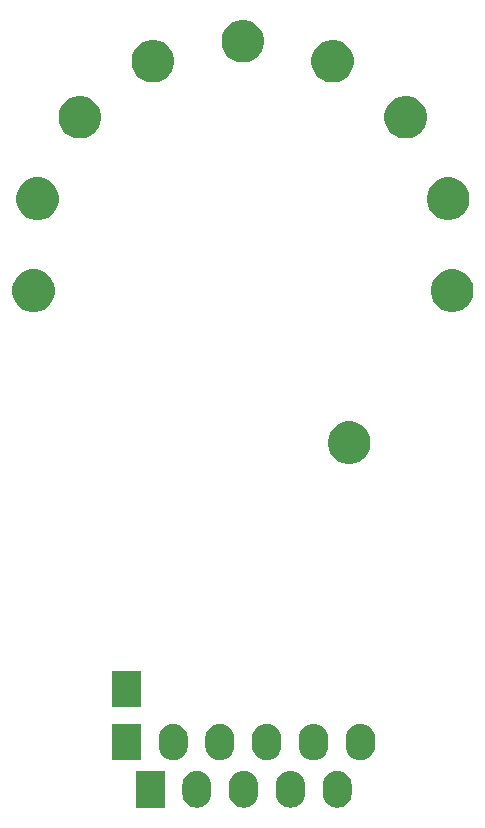
<source format=gbr>
G04 #@! TF.GenerationSoftware,KiCad,Pcbnew,(5.1.4)-1*
G04 #@! TF.CreationDate,2022-04-04T21:54:13-04:00*
G04 #@! TF.ProjectId,CR30 adapter,43523330-2061-4646-9170-7465722e6b69,rev?*
G04 #@! TF.SameCoordinates,Original*
G04 #@! TF.FileFunction,Soldermask,Bot*
G04 #@! TF.FilePolarity,Negative*
%FSLAX46Y46*%
G04 Gerber Fmt 4.6, Leading zero omitted, Abs format (unit mm)*
G04 Created by KiCad (PCBNEW (5.1.4)-1) date 2022-04-04 21:54:13*
%MOMM*%
%LPD*%
G04 APERTURE LIST*
%ADD10C,0.100000*%
G04 APERTURE END LIST*
D10*
G36*
X103350337Y-110276739D02*
G01*
X103581439Y-110346843D01*
X103794424Y-110460686D01*
X103981107Y-110613893D01*
X104134314Y-110800575D01*
X104248157Y-111013560D01*
X104318261Y-111244662D01*
X104336000Y-111424771D01*
X104336000Y-112195228D01*
X104318261Y-112375337D01*
X104248157Y-112606440D01*
X104134314Y-112819425D01*
X103981107Y-113006107D01*
X103794425Y-113159314D01*
X103581440Y-113273157D01*
X103350338Y-113343261D01*
X103110000Y-113366932D01*
X102869663Y-113343261D01*
X102638561Y-113273157D01*
X102425576Y-113159314D01*
X102238894Y-113006107D01*
X102085687Y-112819425D01*
X101971843Y-112606440D01*
X101901739Y-112375338D01*
X101884000Y-112195229D01*
X101884000Y-111424772D01*
X101901739Y-111244663D01*
X101971843Y-111013561D01*
X102085686Y-110800576D01*
X102238893Y-110613893D01*
X102425575Y-110460686D01*
X102638560Y-110346843D01*
X102869662Y-110276739D01*
X103110000Y-110253068D01*
X103350337Y-110276739D01*
X103350337Y-110276739D01*
G37*
G36*
X99390337Y-110276739D02*
G01*
X99621439Y-110346843D01*
X99834424Y-110460686D01*
X100021107Y-110613893D01*
X100174314Y-110800575D01*
X100288157Y-111013560D01*
X100358261Y-111244662D01*
X100376000Y-111424771D01*
X100376000Y-112195228D01*
X100358261Y-112375337D01*
X100288157Y-112606440D01*
X100174314Y-112819425D01*
X100021107Y-113006107D01*
X99834425Y-113159314D01*
X99621440Y-113273157D01*
X99390338Y-113343261D01*
X99150000Y-113366932D01*
X98909663Y-113343261D01*
X98678561Y-113273157D01*
X98465576Y-113159314D01*
X98278894Y-113006107D01*
X98125687Y-112819425D01*
X98011843Y-112606440D01*
X97941739Y-112375338D01*
X97924000Y-112195229D01*
X97924000Y-111424772D01*
X97941739Y-111244663D01*
X98011843Y-111013561D01*
X98125686Y-110800576D01*
X98278893Y-110613893D01*
X98465575Y-110460686D01*
X98678560Y-110346843D01*
X98909662Y-110276739D01*
X99150000Y-110253068D01*
X99390337Y-110276739D01*
X99390337Y-110276739D01*
G37*
G36*
X95430337Y-110276739D02*
G01*
X95661439Y-110346843D01*
X95874424Y-110460686D01*
X96061107Y-110613893D01*
X96214314Y-110800575D01*
X96328157Y-111013560D01*
X96398261Y-111244662D01*
X96416000Y-111424771D01*
X96416000Y-112195228D01*
X96398261Y-112375337D01*
X96328157Y-112606440D01*
X96214314Y-112819425D01*
X96061107Y-113006107D01*
X95874425Y-113159314D01*
X95661440Y-113273157D01*
X95430338Y-113343261D01*
X95190000Y-113366932D01*
X94949663Y-113343261D01*
X94718561Y-113273157D01*
X94505576Y-113159314D01*
X94318894Y-113006107D01*
X94165687Y-112819425D01*
X94051843Y-112606440D01*
X93981739Y-112375338D01*
X93964000Y-112195229D01*
X93964000Y-111424772D01*
X93981739Y-111244663D01*
X94051843Y-111013561D01*
X94165686Y-110800576D01*
X94318893Y-110613893D01*
X94505575Y-110460686D01*
X94718560Y-110346843D01*
X94949662Y-110276739D01*
X95190000Y-110253068D01*
X95430337Y-110276739D01*
X95430337Y-110276739D01*
G37*
G36*
X107310337Y-110276739D02*
G01*
X107541439Y-110346843D01*
X107754424Y-110460686D01*
X107941107Y-110613893D01*
X108094314Y-110800575D01*
X108208157Y-111013560D01*
X108278261Y-111244662D01*
X108296000Y-111424771D01*
X108296000Y-112195228D01*
X108278261Y-112375337D01*
X108208157Y-112606440D01*
X108094314Y-112819425D01*
X107941107Y-113006107D01*
X107754425Y-113159314D01*
X107541440Y-113273157D01*
X107310338Y-113343261D01*
X107070000Y-113366932D01*
X106829663Y-113343261D01*
X106598561Y-113273157D01*
X106385576Y-113159314D01*
X106198894Y-113006107D01*
X106045687Y-112819425D01*
X105931843Y-112606440D01*
X105861739Y-112375338D01*
X105844000Y-112195229D01*
X105844000Y-111424772D01*
X105861739Y-111244663D01*
X105931843Y-111013561D01*
X106045686Y-110800576D01*
X106198893Y-110613893D01*
X106385575Y-110460686D01*
X106598560Y-110346843D01*
X106829662Y-110276739D01*
X107070000Y-110253068D01*
X107310337Y-110276739D01*
X107310337Y-110276739D01*
G37*
G36*
X92456000Y-113361000D02*
G01*
X90004000Y-113361000D01*
X90004000Y-110259000D01*
X92456000Y-110259000D01*
X92456000Y-113361000D01*
X92456000Y-113361000D01*
G37*
G36*
X109260337Y-106276739D02*
G01*
X109491439Y-106346843D01*
X109704424Y-106460686D01*
X109891107Y-106613893D01*
X110044314Y-106800575D01*
X110158157Y-107013560D01*
X110228261Y-107244662D01*
X110246000Y-107424771D01*
X110246000Y-108195228D01*
X110228261Y-108375337D01*
X110158157Y-108606440D01*
X110044314Y-108819425D01*
X109891107Y-109006107D01*
X109704425Y-109159314D01*
X109491440Y-109273157D01*
X109260338Y-109343261D01*
X109020000Y-109366932D01*
X108779663Y-109343261D01*
X108548561Y-109273157D01*
X108335576Y-109159314D01*
X108148894Y-109006107D01*
X107995687Y-108819425D01*
X107881843Y-108606440D01*
X107811739Y-108375338D01*
X107794000Y-108195229D01*
X107794000Y-107424772D01*
X107811739Y-107244663D01*
X107881843Y-107013561D01*
X107995686Y-106800576D01*
X108148893Y-106613893D01*
X108335575Y-106460686D01*
X108548560Y-106346843D01*
X108779662Y-106276739D01*
X109020000Y-106253068D01*
X109260337Y-106276739D01*
X109260337Y-106276739D01*
G37*
G36*
X105300337Y-106276739D02*
G01*
X105531439Y-106346843D01*
X105744424Y-106460686D01*
X105931107Y-106613893D01*
X106084314Y-106800575D01*
X106198157Y-107013560D01*
X106268261Y-107244662D01*
X106286000Y-107424771D01*
X106286000Y-108195228D01*
X106268261Y-108375337D01*
X106198157Y-108606440D01*
X106084314Y-108819425D01*
X105931107Y-109006107D01*
X105744425Y-109159314D01*
X105531440Y-109273157D01*
X105300338Y-109343261D01*
X105060000Y-109366932D01*
X104819663Y-109343261D01*
X104588561Y-109273157D01*
X104375576Y-109159314D01*
X104188894Y-109006107D01*
X104035687Y-108819425D01*
X103921843Y-108606440D01*
X103851739Y-108375338D01*
X103834000Y-108195229D01*
X103834000Y-107424772D01*
X103851739Y-107244663D01*
X103921843Y-107013561D01*
X104035686Y-106800576D01*
X104188893Y-106613893D01*
X104375575Y-106460686D01*
X104588560Y-106346843D01*
X104819662Y-106276739D01*
X105060000Y-106253068D01*
X105300337Y-106276739D01*
X105300337Y-106276739D01*
G37*
G36*
X101340337Y-106276739D02*
G01*
X101571439Y-106346843D01*
X101784424Y-106460686D01*
X101971107Y-106613893D01*
X102124314Y-106800575D01*
X102238157Y-107013560D01*
X102308261Y-107244662D01*
X102326000Y-107424771D01*
X102326000Y-108195228D01*
X102308261Y-108375337D01*
X102238157Y-108606440D01*
X102124314Y-108819425D01*
X101971107Y-109006107D01*
X101784425Y-109159314D01*
X101571440Y-109273157D01*
X101340338Y-109343261D01*
X101100000Y-109366932D01*
X100859663Y-109343261D01*
X100628561Y-109273157D01*
X100415576Y-109159314D01*
X100228894Y-109006107D01*
X100075687Y-108819425D01*
X99961843Y-108606440D01*
X99891739Y-108375338D01*
X99874000Y-108195229D01*
X99874000Y-107424772D01*
X99891739Y-107244663D01*
X99961843Y-107013561D01*
X100075686Y-106800576D01*
X100228893Y-106613893D01*
X100415575Y-106460686D01*
X100628560Y-106346843D01*
X100859662Y-106276739D01*
X101100000Y-106253068D01*
X101340337Y-106276739D01*
X101340337Y-106276739D01*
G37*
G36*
X97380337Y-106276739D02*
G01*
X97611439Y-106346843D01*
X97824424Y-106460686D01*
X98011107Y-106613893D01*
X98164314Y-106800575D01*
X98278157Y-107013560D01*
X98348261Y-107244662D01*
X98366000Y-107424771D01*
X98366000Y-108195228D01*
X98348261Y-108375337D01*
X98278157Y-108606440D01*
X98164314Y-108819425D01*
X98011107Y-109006107D01*
X97824425Y-109159314D01*
X97611440Y-109273157D01*
X97380338Y-109343261D01*
X97140000Y-109366932D01*
X96899663Y-109343261D01*
X96668561Y-109273157D01*
X96455576Y-109159314D01*
X96268894Y-109006107D01*
X96115687Y-108819425D01*
X96001843Y-108606440D01*
X95931739Y-108375338D01*
X95914000Y-108195229D01*
X95914000Y-107424772D01*
X95931739Y-107244663D01*
X96001843Y-107013561D01*
X96115686Y-106800576D01*
X96268893Y-106613893D01*
X96455575Y-106460686D01*
X96668560Y-106346843D01*
X96899662Y-106276739D01*
X97140000Y-106253068D01*
X97380337Y-106276739D01*
X97380337Y-106276739D01*
G37*
G36*
X93420337Y-106276739D02*
G01*
X93651439Y-106346843D01*
X93864424Y-106460686D01*
X94051107Y-106613893D01*
X94204314Y-106800575D01*
X94318157Y-107013560D01*
X94388261Y-107244662D01*
X94406000Y-107424771D01*
X94406000Y-108195228D01*
X94388261Y-108375337D01*
X94318157Y-108606440D01*
X94204314Y-108819425D01*
X94051107Y-109006107D01*
X93864425Y-109159314D01*
X93651440Y-109273157D01*
X93420338Y-109343261D01*
X93180000Y-109366932D01*
X92939663Y-109343261D01*
X92708561Y-109273157D01*
X92495576Y-109159314D01*
X92308894Y-109006107D01*
X92155687Y-108819425D01*
X92041843Y-108606440D01*
X91971739Y-108375338D01*
X91954000Y-108195229D01*
X91954000Y-107424772D01*
X91971739Y-107244663D01*
X92041843Y-107013561D01*
X92155686Y-106800576D01*
X92308893Y-106613893D01*
X92495575Y-106460686D01*
X92708560Y-106346843D01*
X92939662Y-106276739D01*
X93180000Y-106253068D01*
X93420337Y-106276739D01*
X93420337Y-106276739D01*
G37*
G36*
X90446000Y-109361000D02*
G01*
X87994000Y-109361000D01*
X87994000Y-106259000D01*
X90446000Y-106259000D01*
X90446000Y-109361000D01*
X90446000Y-109361000D01*
G37*
G36*
X90446000Y-104871000D02*
G01*
X87994000Y-104871000D01*
X87994000Y-101769000D01*
X90446000Y-101769000D01*
X90446000Y-104871000D01*
X90446000Y-104871000D01*
G37*
G36*
X108601871Y-80738211D02*
G01*
X108929632Y-80873974D01*
X109224610Y-81071072D01*
X109475468Y-81321930D01*
X109672566Y-81616908D01*
X109808329Y-81944669D01*
X109877540Y-82292616D01*
X109877540Y-82647384D01*
X109808329Y-82995331D01*
X109672566Y-83323092D01*
X109475468Y-83618070D01*
X109224610Y-83868928D01*
X108929632Y-84066026D01*
X108601871Y-84201789D01*
X108253924Y-84271000D01*
X107899156Y-84271000D01*
X107551209Y-84201789D01*
X107223448Y-84066026D01*
X106928470Y-83868928D01*
X106677612Y-83618070D01*
X106480514Y-83323092D01*
X106344751Y-82995331D01*
X106275540Y-82647384D01*
X106275540Y-82292616D01*
X106344751Y-81944669D01*
X106480514Y-81616908D01*
X106677612Y-81321930D01*
X106928470Y-81071072D01*
X107223448Y-80873974D01*
X107551209Y-80738211D01*
X107899156Y-80669000D01*
X108253924Y-80669000D01*
X108601871Y-80738211D01*
X108601871Y-80738211D01*
G37*
G36*
X81875331Y-67863878D02*
G01*
X82203092Y-67999641D01*
X82498070Y-68196739D01*
X82748928Y-68447597D01*
X82946026Y-68742575D01*
X83081789Y-69070336D01*
X83151000Y-69418283D01*
X83151000Y-69773051D01*
X83081789Y-70120998D01*
X82946026Y-70448759D01*
X82748928Y-70743737D01*
X82498070Y-70994595D01*
X82203092Y-71191693D01*
X81875331Y-71327456D01*
X81527384Y-71396667D01*
X81172616Y-71396667D01*
X80824669Y-71327456D01*
X80496908Y-71191693D01*
X80201930Y-70994595D01*
X79951072Y-70743737D01*
X79753974Y-70448759D01*
X79618211Y-70120998D01*
X79549000Y-69773051D01*
X79549000Y-69418283D01*
X79618211Y-69070336D01*
X79753974Y-68742575D01*
X79951072Y-68447597D01*
X80201930Y-68196739D01*
X80496908Y-67999641D01*
X80824669Y-67863878D01*
X81172616Y-67794667D01*
X81527384Y-67794667D01*
X81875331Y-67863878D01*
X81875331Y-67863878D01*
G37*
G36*
X117328411Y-67863878D02*
G01*
X117656172Y-67999641D01*
X117951150Y-68196739D01*
X118202008Y-68447597D01*
X118399106Y-68742575D01*
X118534869Y-69070336D01*
X118604080Y-69418283D01*
X118604080Y-69773051D01*
X118534869Y-70120998D01*
X118399106Y-70448759D01*
X118202008Y-70743737D01*
X117951150Y-70994595D01*
X117656172Y-71191693D01*
X117328411Y-71327456D01*
X116980464Y-71396667D01*
X116625696Y-71396667D01*
X116277749Y-71327456D01*
X115949988Y-71191693D01*
X115655010Y-70994595D01*
X115404152Y-70743737D01*
X115207054Y-70448759D01*
X115071291Y-70120998D01*
X115002080Y-69773051D01*
X115002080Y-69418283D01*
X115071291Y-69070336D01*
X115207054Y-68742575D01*
X115404152Y-68447597D01*
X115655010Y-68196739D01*
X115949988Y-67999641D01*
X116277749Y-67863878D01*
X116625696Y-67794667D01*
X116980464Y-67794667D01*
X117328411Y-67863878D01*
X117328411Y-67863878D01*
G37*
G36*
X116988536Y-60079468D02*
G01*
X117316297Y-60215231D01*
X117611275Y-60412329D01*
X117862133Y-60663187D01*
X118059231Y-60958165D01*
X118194994Y-61285926D01*
X118264205Y-61633873D01*
X118264205Y-61988641D01*
X118194994Y-62336588D01*
X118059231Y-62664349D01*
X117862133Y-62959327D01*
X117611275Y-63210185D01*
X117316297Y-63407283D01*
X116988536Y-63543046D01*
X116640589Y-63612257D01*
X116285821Y-63612257D01*
X115937874Y-63543046D01*
X115610113Y-63407283D01*
X115315135Y-63210185D01*
X115064277Y-62959327D01*
X114867179Y-62664349D01*
X114731416Y-62336588D01*
X114662205Y-61988641D01*
X114662205Y-61633873D01*
X114731416Y-61285926D01*
X114867179Y-60958165D01*
X115064277Y-60663187D01*
X115315135Y-60412329D01*
X115610113Y-60215231D01*
X115937874Y-60079468D01*
X116285821Y-60010257D01*
X116640589Y-60010257D01*
X116988536Y-60079468D01*
X116988536Y-60079468D01*
G37*
G36*
X82215206Y-60079468D02*
G01*
X82542967Y-60215231D01*
X82837945Y-60412329D01*
X83088803Y-60663187D01*
X83285901Y-60958165D01*
X83421664Y-61285926D01*
X83490875Y-61633873D01*
X83490875Y-61988641D01*
X83421664Y-62336588D01*
X83285901Y-62664349D01*
X83088803Y-62959327D01*
X82837945Y-63210185D01*
X82542967Y-63407283D01*
X82215206Y-63543046D01*
X81867259Y-63612257D01*
X81512491Y-63612257D01*
X81164544Y-63543046D01*
X80836783Y-63407283D01*
X80541805Y-63210185D01*
X80290947Y-62959327D01*
X80093849Y-62664349D01*
X79958086Y-62336588D01*
X79888875Y-61988641D01*
X79888875Y-61633873D01*
X79958086Y-61285926D01*
X80093849Y-60958165D01*
X80290947Y-60663187D01*
X80541805Y-60412329D01*
X80836783Y-60215231D01*
X81164544Y-60079468D01*
X81512491Y-60010257D01*
X81867259Y-60010257D01*
X82215206Y-60079468D01*
X82215206Y-60079468D01*
G37*
G36*
X113390671Y-53168034D02*
G01*
X113718432Y-53303797D01*
X114013410Y-53500895D01*
X114264268Y-53751753D01*
X114461366Y-54046731D01*
X114597129Y-54374492D01*
X114666340Y-54722439D01*
X114666340Y-55077207D01*
X114597129Y-55425154D01*
X114461366Y-55752915D01*
X114264268Y-56047893D01*
X114013410Y-56298751D01*
X113718432Y-56495849D01*
X113390671Y-56631612D01*
X113042724Y-56700823D01*
X112687956Y-56700823D01*
X112340009Y-56631612D01*
X112012248Y-56495849D01*
X111717270Y-56298751D01*
X111466412Y-56047893D01*
X111269314Y-55752915D01*
X111133551Y-55425154D01*
X111064340Y-55077207D01*
X111064340Y-54722439D01*
X111133551Y-54374492D01*
X111269314Y-54046731D01*
X111466412Y-53751753D01*
X111717270Y-53500895D01*
X112012248Y-53303797D01*
X112340009Y-53168034D01*
X112687956Y-53098823D01*
X113042724Y-53098823D01*
X113390671Y-53168034D01*
X113390671Y-53168034D01*
G37*
G36*
X85813071Y-53168034D02*
G01*
X86140832Y-53303797D01*
X86435810Y-53500895D01*
X86686668Y-53751753D01*
X86883766Y-54046731D01*
X87019529Y-54374492D01*
X87088740Y-54722439D01*
X87088740Y-55077207D01*
X87019529Y-55425154D01*
X86883766Y-55752915D01*
X86686668Y-56047893D01*
X86435810Y-56298751D01*
X86140832Y-56495849D01*
X85813071Y-56631612D01*
X85465124Y-56700823D01*
X85110356Y-56700823D01*
X84762409Y-56631612D01*
X84434648Y-56495849D01*
X84139670Y-56298751D01*
X83888812Y-56047893D01*
X83691714Y-55752915D01*
X83555951Y-55425154D01*
X83486740Y-55077207D01*
X83486740Y-54722439D01*
X83555951Y-54374492D01*
X83691714Y-54046731D01*
X83888812Y-53751753D01*
X84139670Y-53500895D01*
X84434648Y-53303797D01*
X84762409Y-53168034D01*
X85110356Y-53098823D01*
X85465124Y-53098823D01*
X85813071Y-53168034D01*
X85813071Y-53168034D01*
G37*
G36*
X107209000Y-48424671D02*
G01*
X107536761Y-48560434D01*
X107831739Y-48757532D01*
X108082597Y-49008390D01*
X108279695Y-49303368D01*
X108415458Y-49631129D01*
X108484669Y-49979076D01*
X108484669Y-50333844D01*
X108415458Y-50681791D01*
X108279695Y-51009552D01*
X108082597Y-51304530D01*
X107831739Y-51555388D01*
X107536761Y-51752486D01*
X107209000Y-51888249D01*
X106861053Y-51957460D01*
X106506285Y-51957460D01*
X106158338Y-51888249D01*
X105830577Y-51752486D01*
X105535599Y-51555388D01*
X105284741Y-51304530D01*
X105087643Y-51009552D01*
X104951880Y-50681791D01*
X104882669Y-50333844D01*
X104882669Y-49979076D01*
X104951880Y-49631129D01*
X105087643Y-49303368D01*
X105284741Y-49008390D01*
X105535599Y-48757532D01*
X105830577Y-48560434D01*
X106158338Y-48424671D01*
X106506285Y-48355460D01*
X106861053Y-48355460D01*
X107209000Y-48424671D01*
X107209000Y-48424671D01*
G37*
G36*
X91994742Y-48424671D02*
G01*
X92322503Y-48560434D01*
X92617481Y-48757532D01*
X92868339Y-49008390D01*
X93065437Y-49303368D01*
X93201200Y-49631129D01*
X93270411Y-49979076D01*
X93270411Y-50333844D01*
X93201200Y-50681791D01*
X93065437Y-51009552D01*
X92868339Y-51304530D01*
X92617481Y-51555388D01*
X92322503Y-51752486D01*
X91994742Y-51888249D01*
X91646795Y-51957460D01*
X91292027Y-51957460D01*
X90944080Y-51888249D01*
X90616319Y-51752486D01*
X90321341Y-51555388D01*
X90070483Y-51304530D01*
X89873385Y-51009552D01*
X89737622Y-50681791D01*
X89668411Y-50333844D01*
X89668411Y-49979076D01*
X89737622Y-49631129D01*
X89873385Y-49303368D01*
X90070483Y-49008390D01*
X90321341Y-48757532D01*
X90616319Y-48560434D01*
X90944080Y-48424671D01*
X91292027Y-48355460D01*
X91646795Y-48355460D01*
X91994742Y-48424671D01*
X91994742Y-48424671D01*
G37*
G36*
X99601871Y-46738211D02*
G01*
X99929632Y-46873974D01*
X100224610Y-47071072D01*
X100475468Y-47321930D01*
X100672566Y-47616908D01*
X100808329Y-47944669D01*
X100877540Y-48292616D01*
X100877540Y-48647384D01*
X100808329Y-48995331D01*
X100672566Y-49323092D01*
X100475468Y-49618070D01*
X100224610Y-49868928D01*
X99929632Y-50066026D01*
X99601871Y-50201789D01*
X99253924Y-50271000D01*
X98899156Y-50271000D01*
X98551209Y-50201789D01*
X98223448Y-50066026D01*
X97928470Y-49868928D01*
X97677612Y-49618070D01*
X97480514Y-49323092D01*
X97344751Y-48995331D01*
X97275540Y-48647384D01*
X97275540Y-48292616D01*
X97344751Y-47944669D01*
X97480514Y-47616908D01*
X97677612Y-47321930D01*
X97928470Y-47071072D01*
X98223448Y-46873974D01*
X98551209Y-46738211D01*
X98899156Y-46669000D01*
X99253924Y-46669000D01*
X99601871Y-46738211D01*
X99601871Y-46738211D01*
G37*
M02*

</source>
